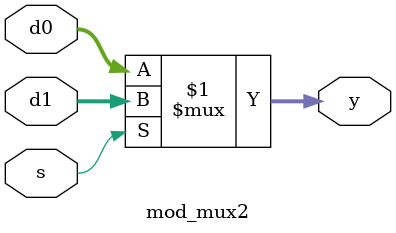
<source format=sv>
module mod_mux2 #(parameter width = 4)(input logic [width-1:0] d0, d1,
input logic s,
output logic [width-1:0] y);
assign y = s ? d1 : d0;
endmodule
</source>
